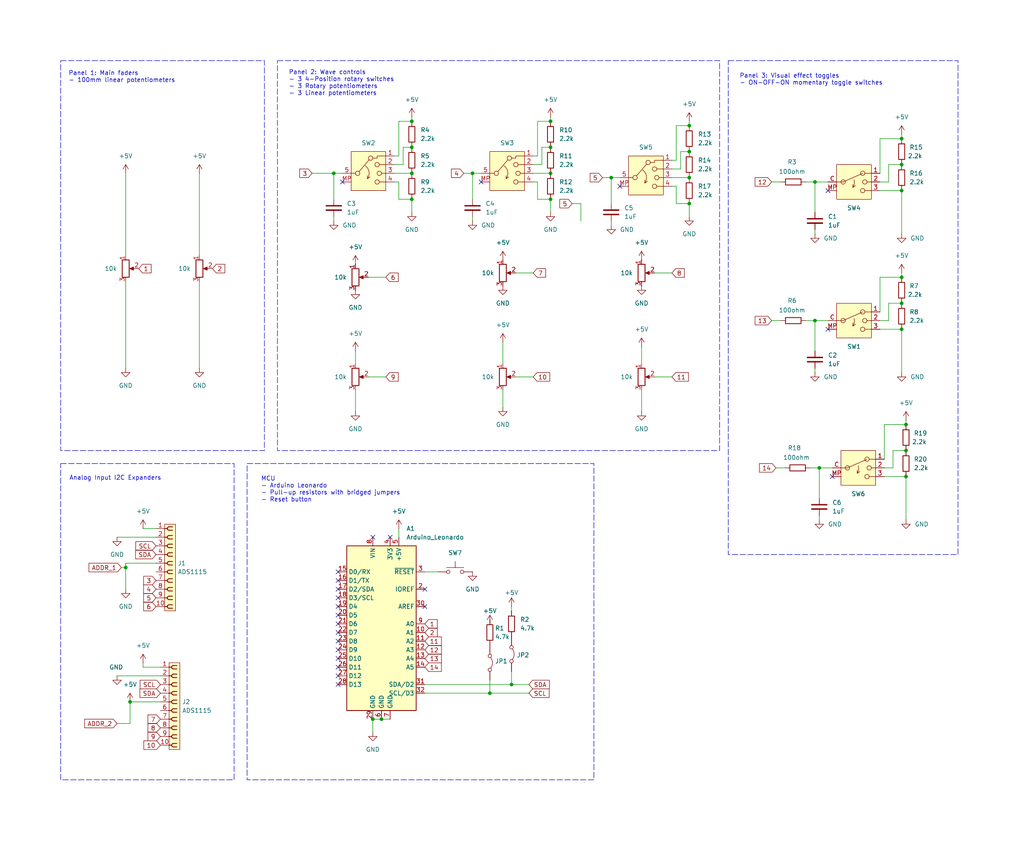
<source format=kicad_sch>
(kicad_sch (version 20231120) (generator "eeschema") (generator_version "8.0")
  (paper "User" 300 250)
  (title_block (title "\"Puppet Synth\"") (company "Silvan Roth - ZHdK - Minor Digital Play"))
  (lib_symbols
    (symbol "Device:R_Potentiometer" (pin_names (offset 1.016) hide)
      (property "Reference" "RV" (at -4.445 0 90))
      (property "Value" "R_Potentiometer" (at -2.54 0 90))
      (symbol "R_Potentiometer_1_1"
        (pin passive line (at 0 3.81 270) (length 1.27) (name "1") (number "1"))
        (pin passive line (at 3.81 0 180) (length 1.27) (name "2") (number "2"))
        (pin passive line (at 0 -3.81 90) (length 1.27) (name "3") (number "3"))
      )
    )
    (symbol "Jumper:Jumper_2_Bridged" (pin_numbers hide) (pin_names (offset 0) hide) (exclude_from_sim yes)
      (property "Reference" "JP" (at 0 1.905 0))
      (property "Value" "Jumper_2_Bridged" (at 0 -2.54 0))
      (symbol "Jumper_2_Bridged_1_1"
        (pin passive line (at -5.08 0 0) (length 2.54) (name "A") (number "1"))
        (pin passive line (at 5.08 0 180) (length 2.54) (name "B") (number "2"))
      )
    )
    (symbol "MCU_Module:Arduino_Leonardo"
      (property "Reference" "A" (at -10.16 23.495 0))
      (property "Value" "Arduino_Leonardo" (at 5.08 -26.67 0))
      (symbol "Arduino_Leonardo_1_1"
        (pin no_connect line (at -10.16 -20.32 0) (length 2.54) hide (name "NC") (number "1"))
        (pin bidirectional line (at 12.7 -2.54 180) (length 2.54) (name "A1") (number "10"))
        (pin bidirectional line (at 12.7 -5.08 180) (length 2.54) (name "A2") (number "11"))
        (pin bidirectional line (at 12.7 -7.62 180) (length 2.54) (name "A3") (number "12"))
        (pin bidirectional line (at 12.7 -10.16 180) (length 2.54) (name "A4") (number "13"))
        (pin bidirectional line (at 12.7 -12.7 180) (length 2.54) (name "A5") (number "14"))
        (pin bidirectional line (at -12.7 15.24 0) (length 2.54) (name "D0/RX") (number "15"))
        (pin bidirectional line (at -12.7 12.7 0) (length 2.54) (name "D1/TX") (number "16"))
        (pin bidirectional line (at -12.7 10.16 0) (length 2.54) (name "D2/SDA") (number "17"))
        (pin bidirectional line (at -12.7 7.62 0) (length 2.54) (name "D3/SCL") (number "18"))
        (pin bidirectional line (at -12.7 5.08 0) (length 2.54) (name "D4") (number "19"))
        (pin output line (at 12.7 10.16 180) (length 2.54) (name "IOREF") (number "2"))
        (pin bidirectional line (at -12.7 2.54 0) (length 2.54) (name "D5") (number "20"))
        (pin bidirectional line (at -12.7 0 0) (length 2.54) (name "D6") (number "21"))
        (pin bidirectional line (at -12.7 -2.54 0) (length 2.54) (name "D7") (number "22"))
        (pin bidirectional line (at -12.7 -5.08 0) (length 2.54) (name "D8") (number "23"))
        (pin bidirectional line (at -12.7 -7.62 0) (length 2.54) (name "D9") (number "24"))
        (pin bidirectional line (at -12.7 -10.16 0) (length 2.54) (name "D10") (number "25"))
        (pin bidirectional line (at -12.7 -12.7 0) (length 2.54) (name "D11") (number "26"))
        (pin bidirectional line (at -12.7 -15.24 0) (length 2.54) (name "D12") (number "27"))
        (pin bidirectional line (at -12.7 -17.78 0) (length 2.54) (name "D13") (number "28"))
        (pin power_in line (at -2.54 -27.94 90) (length 2.54) (name "GND") (number "29"))
        (pin input line (at 12.7 15.24 180) (length 2.54) (name "~{RESET}") (number "3"))
        (pin input line (at 12.7 5.08 180) (length 2.54) (name "AREF") (number "30"))
        (pin bidirectional line (at 12.7 -17.78 180) (length 2.54) (name "SDA/D2") (number "31"))
        (pin bidirectional line (at 12.7 -20.32 180) (length 2.54) (name "SCL/D3") (number "32"))
        (pin power_out line (at 2.54 25.4 270) (length 2.54) (name "3V3") (number "4"))
        (pin power_out line (at 5.08 25.4 270) (length 2.54) (name "+5V") (number "5"))
        (pin power_in line (at 0 -27.94 90) (length 2.54) (name "GND") (number "6"))
        (pin power_in line (at 2.54 -27.94 90) (length 2.54) (name "GND") (number "7"))
        (pin power_in line (at -2.54 25.4 270) (length 2.54) (name "VIN") (number "8"))
        (pin bidirectional line (at 12.7 0 180) (length 2.54) (name "A0") (number "9"))
      )
    )
    (symbol "PCM_SL_Devices:Capacitor_NP"
      (property "Reference" "C" (at 0 6.35 0))
      (property "Value" "Capacitor_NP" (at 0 3.81 0))
      (symbol "Capacitor_NP_1_1"
        (pin passive line (at -2.54 0 0) (length 2) (name "~") (number "1"))
        (pin input line (at 2.54 0 180) (length 2) (name "~") (number "2"))
      )
    )
    (symbol "PCM_SL_Pin_Headers:PINHD_1x10_Female"
      (property "Reference" "J" (at 0 17.78 0))
      (property "Value" "PINHD_1x10_Female" (at 0 15.24 0))
      (symbol "PINHD_1x10_Female_1_1"
        (pin passive line (at -3.81 11.43 0) (length 2.54) (name "") (number "1"))
        (pin passive line (at -3.81 -11.43 0) (length 2.54) (name "") (number "10"))
        (pin passive line (at -3.81 8.89 0) (length 2.54) (name "") (number "2"))
        (pin passive line (at -3.81 6.35 0) (length 2.54) (name "") (number "3"))
        (pin passive line (at -3.81 3.81 0) (length 2.54) (name "") (number "4"))
        (pin passive line (at -3.81 1.27 0) (length 2.54) (name "") (number "5"))
        (pin passive line (at -3.81 -1.27 0) (length 2.54) (name "") (number "6"))
        (pin passive line (at -3.81 -3.81 0) (length 2.54) (name "") (number "7"))
        (pin passive line (at -3.81 -6.35 0) (length 2.54) (name "") (number "8"))
        (pin passive line (at -3.81 -8.89 0) (length 2.54) (name "") (number "9"))
      )
    )
    (symbol "PCM_SL_Resistors:2.2k"
      (property "Reference" "R" (at 0 5.08 0))
      (property "Value" "2.2k" (at 0 2.54 0))
      (symbol "2.2k_1_1"
        (pin passive line (at -3.81 0 0) (length 1.5) (name "") (number "1"))
        (pin passive line (at 3.81 0 180) (length 1.5) (name "~") (number "2"))
      )
    )
    (symbol "PCM_SL_Resistors:4.7k"
      (property "Reference" "R" (at 0 5.08 0))
      (property "Value" "4.7k" (at 0 2.54 0))
      (symbol "4.7k_1_1"
        (pin passive line (at -3.81 0 0) (length 1.5) (name "") (number "1"))
        (pin passive line (at 3.81 0 180) (length 1.5) (name "~") (number "2"))
      )
    )
    (symbol "ScottoKeebs:Placeholder_Switch" (pin_numbers hide) (pin_names (offset 1.016) hide)
      (property "Reference" "SW" (at 1.27 2.54 0))
      (property "Value" "Switch" (at 0 -1.524 0))
      (symbol "Placeholder_Switch_0_1"
        (pin passive line (at -5.08 0 0) (length 2.54) (name "1") (number "1"))
        (pin passive line (at 5.08 0 180) (length 2.54) (name "2") (number "2"))
      )
    )
    (symbol "Switch:SW_Rotary_1x4_MP" (pin_names hide)
      (property "Reference" "SW" (at 0 7.62 0))
      (property "Value" "SW_Rotary_1x4_MP" (at 8.89 -6.35 0))
      (symbol "SW_Rotary_1x4_MP_1_1"
        (pin passive line (at 7.62 5.08 180) (length 2.54) (name "") (number "1"))
        (pin passive line (at 7.62 2.54 180) (length 2.54) (name "") (number "2"))
        (pin passive line (at 7.62 0 180) (length 2.54) (name "") (number "3"))
        (pin passive line (at 7.62 -2.54 180) (length 2.54) (name "") (number "4"))
        (pin passive line (at -7.62 0 0) (length 2.54) (name "") (number "5"))
        (pin passive line (at -7.62 -2.54 0) (length 2.54) (name "") (number "MP"))
      )
    )
    (symbol "Switch:SW_SP3T_NR01103" (pin_names hide)
      (property "Reference" "SW" (at 0 6.35 0))
      (property "Value" "SW_SP3T_NR01103" (at 0 -6.35 0))
      (symbol "SW_SP3T_NR01103_1_1"
        (pin passive line (at 7.62 2.54 180) (length 2.54) (name "1") (number "1"))
        (pin passive line (at 7.62 0 180) (length 2.54) (name "2") (number "2"))
        (pin passive line (at 7.62 -2.54 180) (length 2.54) (name "3") (number "3"))
        (pin no_connect line (at -2.54 5.08 270) (length 0) hide (name "") (number "4"))
        (pin no_connect line (at 2.54 5.08 270) (length 0) hide (name "") (number "5"))
        (pin passive line (at -7.62 0 0) (length 2.54) (name "Common") (number "C"))
        (pin passive line (at -7.62 -2.54 0) (length 2.54) (name "MP") (number "MP"))
      )
    )
    (symbol "power:+5V" (power) (pin_numbers hide) (pin_names (offset 0) hide)
      (property "Value" "+5V" (at 0 3.556 0))
      (symbol "+5V_1_1"
        (pin power_in line (at 0 0 90) (length 0) (name "~") (number "1"))
      )
    )
    (symbol "power:GND" (power) (pin_numbers hide) (pin_names (offset 0) hide)
      (property "Value" "GND" (at 0 -3.81 0))
      (symbol "GND_1_1"
        (pin power_in line (at 0 0 270) (length 0) (name "~") (number "1"))
      )
    )
  )
  (junction (at 149.86 200.66))
  (junction (at 161.29 35.56))
  (junction (at 143.51 203.2))
  (junction (at 161.29 43.18))
  (junction (at 264.16 81.28))
  (junction (at 120.65 43.18))
  (junction (at 161.29 58.42))
  (junction (at 97.79 50.8))
  (junction (at 264.16 55.88))
  (junction (at 201.93 44.45))
  (junction (at 38.1 205.74))
  (junction (at 238.76 53.34))
  (junction (at 201.93 36.83))
  (junction (at 120.65 58.42))
  (junction (at 264.16 40.64))
  (junction (at 179.07 52.07))
  (junction (at 109.22 210.82))
  (junction (at 265.43 132.08))
  (junction (at 264.16 88.9))
  (junction (at 161.29 50.8))
  (junction (at 264.16 96.52))
  (junction (at 265.43 139.7))
  (junction (at 120.65 50.8))
  (junction (at 111.76 210.82))
  (junction (at 240.03 137.16))
  (junction (at 238.76 93.98))
  (junction (at 265.43 124.46))
  (junction (at 201.93 52.07))
  (junction (at 120.65 35.56))
  (junction (at 138.43 50.8))
  (junction (at 201.93 59.69))
  (junction (at 264.16 48.26))
  (junction (at 36.83 166.37))
  (no_connect (at 109.22 157.48))
  (no_connect (at 99.06 190.5))
  (no_connect (at 99.06 177.8))
  (no_connect (at 124.46 177.8))
  (no_connect (at 99.06 180.34))
  (no_connect (at 99.06 195.58))
  (no_connect (at 124.46 172.72))
  (no_connect (at 114.3 157.48))
  (no_connect (at 99.06 193.04))
  (no_connect (at 99.06 185.42))
  (no_connect (at 99.06 187.96))
  (no_connect (at 100.33 53.34))
  (no_connect (at 242.57 55.88))
  (no_connect (at 99.06 172.72))
  (no_connect (at 181.61 54.61))
  (no_connect (at 243.84 139.7))
  (no_connect (at 140.97 53.34))
  (no_connect (at 99.06 170.18))
  (no_connect (at 99.06 182.88))
  (no_connect (at 99.06 198.12))
  (no_connect (at 99.06 200.66))
  (no_connect (at 99.06 175.26))
  (no_connect (at 99.06 167.64))
  (no_connect (at 242.57 96.52))
  (wire (pts (xy 238.76 109.22) (xy 238.76 107.95)))
  (wire (pts (xy 226.06 93.98) (xy 228.6 93.98)))
  (wire (pts (xy 236.22 53.34) (xy 238.76 53.34)))
  (wire (pts (xy 120.65 62.23) (xy 120.65 58.42)))
  (wire (pts (xy 135.89 50.8) (xy 138.43 50.8)))
  (wire (pts (xy 264.16 39.37) (xy 264.16 40.64)))
  (wire (pts (xy 124.46 203.2) (xy 143.51 203.2)))
  (wire (pts (xy 109.22 210.82) (xy 109.22 214.63)))
  (wire (pts (xy 36.83 74.93) (xy 36.83 50.8)))
  (wire (pts (xy 147.32 106.68) (xy 147.32 100.33)))
  (wire (pts (xy 237.49 137.16) (xy 240.03 137.16)))
  (wire (pts (xy 34.29 198.12) (xy 46.99 198.12)))
  (wire (pts (xy 179.07 52.07) (xy 181.61 52.07)))
  (wire (pts (xy 257.81 81.28) (xy 257.81 91.44)))
  (wire (pts (xy 259.08 137.16) (xy 261.62 137.16)))
  (wire (pts (xy 111.76 210.82) (xy 114.3 210.82)))
  (wire (pts (xy 143.51 182.88) (xy 143.51 181.61)))
  (wire (pts (xy 161.29 62.23) (xy 161.29 58.42)))
  (wire (pts (xy 156.21 48.26) (xy 158.75 48.26)))
  (wire (pts (xy 265.43 139.7) (xy 265.43 152.4)))
  (wire (pts (xy 115.57 50.8) (xy 120.65 50.8)))
  (wire (pts (xy 116.84 53.34) (xy 115.57 53.34)))
  (wire (pts (xy 196.85 49.53) (xy 199.39 49.53)))
  (wire (pts (xy 115.57 45.72) (xy 116.84 45.72)))
  (wire (pts (xy 260.35 93.98) (xy 260.35 88.9)))
  (wire (pts (xy 156.21 50.8) (xy 161.29 50.8)))
  (wire (pts (xy 138.43 63.5) (xy 138.43 64.77)))
  (wire (pts (xy 199.39 44.45) (xy 199.39 49.53)))
  (wire (pts (xy 143.51 203.2) (xy 154.94 203.2)))
  (wire (pts (xy 116.84 35.56) (xy 120.65 35.56)))
  (wire (pts (xy 196.85 80.01) (xy 191.77 80.01)))
  (wire (pts (xy 167.64 59.69) (xy 170.18 59.69)))
  (wire (pts (xy 227.33 137.16) (xy 229.87 137.16)))
  (wire (pts (xy 36.83 107.95) (xy 36.83 82.55)))
  (wire (pts (xy 260.35 53.34) (xy 260.35 48.26)))
  (wire (pts (xy 264.16 96.52) (xy 264.16 109.22)))
  (wire (pts (xy 36.83 165.1) (xy 45.72 165.1)))
  (wire (pts (xy 113.03 110.49) (xy 107.95 110.49)))
  (wire (pts (xy 109.22 210.82) (xy 111.76 210.82)))
  (wire (pts (xy 147.32 114.3) (xy 147.32 119.38)))
  (wire (pts (xy 116.84 58.42) (xy 120.65 58.42)))
  (wire (pts (xy 157.48 53.34) (xy 156.21 53.34)))
  (wire (pts (xy 260.35 88.9) (xy 264.16 88.9)))
  (wire (pts (xy 198.12 54.61) (xy 198.12 59.69)))
  (wire (pts (xy 35.56 166.37) (xy 36.83 166.37)))
  (wire (pts (xy 257.81 40.64) (xy 264.16 40.64)))
  (wire (pts (xy 170.18 59.69) (xy 170.18 64.77)))
  (wire (pts (xy 257.81 40.64) (xy 257.81 50.8)))
  (wire (pts (xy 265.43 123.19) (xy 265.43 124.46)))
  (wire (pts (xy 58.42 107.95) (xy 58.42 82.55)))
  (wire (pts (xy 238.76 68.58) (xy 238.76 67.31)))
  (wire (pts (xy 58.42 74.93) (xy 58.42 50.8)))
  (wire (pts (xy 149.86 196.85) (xy 149.86 200.66)))
  (wire (pts (xy 259.08 124.46) (xy 265.43 124.46)))
  (wire (pts (xy 158.75 43.18) (xy 161.29 43.18)))
  (wire (pts (xy 179.07 52.07) (xy 179.07 59.69)))
  (wire (pts (xy 257.81 81.28) (xy 264.16 81.28)))
  (wire (pts (xy 138.43 50.8) (xy 140.97 50.8)))
  (wire (pts (xy 156.21 80.01) (xy 151.13 80.01)))
  (wire (pts (xy 196.85 110.49) (xy 191.77 110.49)))
  (wire (pts (xy 264.16 80.01) (xy 264.16 81.28)))
  (wire (pts (xy 179.07 64.77) (xy 179.07 66.04)))
  (wire (pts (xy 124.46 200.66) (xy 149.86 200.66)))
  (wire (pts (xy 118.11 43.18) (xy 118.11 48.26)))
  (wire (pts (xy 156.21 110.49) (xy 151.13 110.49)))
  (wire (pts (xy 257.81 96.52) (xy 264.16 96.52)))
  (wire (pts (xy 116.84 53.34) (xy 116.84 58.42)))
  (wire (pts (xy 257.81 55.88) (xy 264.16 55.88)))
  (wire (pts (xy 34.29 157.48) (xy 45.72 157.48)))
  (wire (pts (xy 118.11 43.18) (xy 120.65 43.18)))
  (wire (pts (xy 198.12 54.61) (xy 196.85 54.61)))
  (wire (pts (xy 260.35 48.26) (xy 264.16 48.26)))
  (wire (pts (xy 198.12 36.83) (xy 201.93 36.83)))
  (wire (pts (xy 161.29 34.29) (xy 161.29 35.56)))
  (wire (pts (xy 240.03 137.16) (xy 240.03 146.05)))
  (wire (pts (xy 187.96 114.3) (xy 187.96 120.65)))
  (wire (pts (xy 157.48 58.42) (xy 161.29 58.42)))
  (wire (pts (xy 97.79 50.8) (xy 97.79 58.42)))
  (wire (pts (xy 157.48 35.56) (xy 157.48 45.72)))
  (wire (pts (xy 157.48 35.56) (xy 161.29 35.56)))
  (wire (pts (xy 41.91 195.58) (xy 46.99 195.58)))
  (wire (pts (xy 116.84 154.94) (xy 116.84 157.48)))
  (wire (pts (xy 196.85 46.99) (xy 198.12 46.99)))
  (wire (pts (xy 261.62 137.16) (xy 261.62 132.08)))
  (wire (pts (xy 38.1 205.74) (xy 38.1 212.09)))
  (wire (pts (xy 201.93 63.5) (xy 201.93 59.69)))
  (wire (pts (xy 243.84 137.16) (xy 240.03 137.16)))
  (wire (pts (xy 238.76 93.98) (xy 238.76 102.87)))
  (wire (pts (xy 91.44 50.8) (xy 97.79 50.8)))
  (wire (pts (xy 158.75 43.18) (xy 158.75 48.26)))
  (wire (pts (xy 120.65 34.29) (xy 120.65 35.56)))
  (wire (pts (xy 97.79 50.8) (xy 100.33 50.8)))
  (wire (pts (xy 257.81 93.98) (xy 260.35 93.98)))
  (wire (pts (xy 41.91 194.31) (xy 41.91 195.58)))
  (wire (pts (xy 198.12 59.69) (xy 201.93 59.69)))
  (wire (pts (xy 113.03 81.28) (xy 107.95 81.28)))
  (wire (pts (xy 187.96 106.68) (xy 187.96 101.6)))
  (wire (pts (xy 198.12 36.83) (xy 198.12 46.99)))
  (wire (pts (xy 259.08 139.7) (xy 265.43 139.7)))
  (wire (pts (xy 36.83 166.37) (xy 36.83 165.1)))
  (wire (pts (xy 104.14 106.68) (xy 104.14 102.87)))
  (wire (pts (xy 36.83 172.72) (xy 36.83 166.37)))
  (wire (pts (xy 143.51 203.2) (xy 143.51 199.39)))
  (wire (pts (xy 201.93 35.56) (xy 201.93 36.83)))
  (wire (pts (xy 261.62 132.08) (xy 265.43 132.08)))
  (wire (pts (xy 157.48 53.34) (xy 157.48 58.42)))
  (wire (pts (xy 138.43 50.8) (xy 138.43 58.42)))
  (wire (pts (xy 34.29 212.09) (xy 38.1 212.09)))
  (wire (pts (xy 226.06 53.34) (xy 228.6 53.34)))
  (wire (pts (xy 242.57 93.98) (xy 238.76 93.98)))
  (wire (pts (xy 156.21 45.72) (xy 157.48 45.72)))
  (wire (pts (xy 38.1 205.74) (xy 46.99 205.74)))
  (wire (pts (xy 238.76 53.34) (xy 238.76 62.23)))
  (wire (pts (xy 116.84 35.56) (xy 116.84 45.72)))
  (wire (pts (xy 128.27 167.64) (xy 124.46 167.64)))
  (wire (pts (xy 176.53 52.07) (xy 179.07 52.07)))
  (wire (pts (xy 264.16 55.88) (xy 264.16 68.58)))
  (wire (pts (xy 104.14 114.3) (xy 104.14 120.65)))
  (wire (pts (xy 115.57 48.26) (xy 118.11 48.26)))
  (wire (pts (xy 154.94 200.66) (xy 149.86 200.66)))
  (wire (pts (xy 257.81 53.34) (xy 260.35 53.34)))
  (wire (pts (xy 240.03 152.4) (xy 240.03 151.13)))
  (wire (pts (xy 97.79 63.5) (xy 97.79 64.77)))
  (wire (pts (xy 236.22 93.98) (xy 238.76 93.98)))
  (wire (pts (xy 41.91 154.94) (xy 45.72 154.94)))
  (wire (pts (xy 199.39 44.45) (xy 201.93 44.45)))
  (wire (pts (xy 149.86 177.8) (xy 149.86 179.07)))
  (wire (pts (xy 259.08 124.46) (xy 259.08 134.62)))
  (wire (pts (xy 242.57 53.34) (xy 238.76 53.34)))
  (wire (pts (xy 196.85 52.07) (xy 201.93 52.07)))
  (rectangle (start 17.78 17.78) (end 77.47 132.08) (stroke (width 0) (type dash)))
  (rectangle (start 72.39 135.89) (end 173.99 228.6) (stroke (width 0) (type dash)))
  (rectangle (start 81.28 17.78) (end 210.82 132.08) (stroke (width 0) (type dash)))
  (rectangle (start 213.36 17.78) (end 280.67 162.56) (stroke (width 0) (type dash)))
  (rectangle (start 17.78 135.89) (end 68.58 228.6) (stroke (width 0) (type dash)))
  (text "Panel 2: Wave controls\n- 3 4-Position rotary switches\n- 3 Rotary potentiometers\n- 3 Linear potentiometers\n" (at 84.582 24.384 0) (effects (font (size 1.27 1.27)) (justify left)))
  (text "Analog Input I2C Expanders" (at 33.782 140.208 0) (effects (font (size 1.27 1.27))))
  (text "Panel 3: Visual effect toggles\n- ON-OFF-ON momentary toggle switches" (at 216.662 23.368 0) (effects (font (size 1.27 1.27)) (justify left)))
  (text "MCU\n- Arduino Leonardo\n- Pull-up resistors with bridged jumpers\n- Reset button" (at 76.454 139.7 0) (effects (font (size 1.27 1.27)) (justify left top)))
  (text "Panel 1: Main faders\n- 100mm linear potentiometers" (at 20.066 22.606 0) (effects (font (size 1.27 1.27)) (justify left)))
  (global_label "14" (shape input) (at 124.46 195.58 0) (property "Intersheetrefs" "${INTERSHEET_REFS}" (effects (hide yes))))
  (global_label "12" (shape input) (at 226.06 53.34 180) (property "Intersheetrefs" "${INTERSHEET_REFS}" (effects (hide yes))))
  (global_label "7" (shape input) (at 46.99 210.82 180) (property "Intersheetrefs" "${INTERSHEET_REFS}" (effects (hide yes))))
  (global_label "8" (shape input) (at 46.99 213.36 180) (property "Intersheetrefs" "${INTERSHEET_REFS}" (effects (hide yes))))
  (global_label "SCL" (shape input) (at 154.94 203.2 0) (property "Intersheetrefs" "${INTERSHEET_REFS}" (effects (hide yes))))
  (global_label "ADDR_1" (shape input) (at 35.56 166.37 180) (property "Intersheetrefs" "${INTERSHEET_REFS}" (effects (hide yes))))
  (global_label "5" (shape input) (at 167.64 59.69 180) (property "Intersheetrefs" "${INTERSHEET_REFS}" (effects (hide yes))))
  (global_label "SCL" (shape input) (at 46.99 200.66 180) (property "Intersheetrefs" "${INTERSHEET_REFS}" (effects (hide yes))))
  (global_label "10" (shape input) (at 46.99 218.44 180) (property "Intersheetrefs" "${INTERSHEET_REFS}" (effects (hide yes))))
  (global_label "9" (shape input) (at 113.03 110.49 0) (property "Intersheetrefs" "${INTERSHEET_REFS}" (effects (hide yes))))
  (global_label "11" (shape input) (at 124.46 187.96 0) (property "Intersheetrefs" "${INTERSHEET_REFS}" (effects (hide yes))))
  (global_label "11" (shape input) (at 196.85 110.49 0) (property "Intersheetrefs" "${INTERSHEET_REFS}" (effects (hide yes))))
  (global_label "7" (shape input) (at 156.21 80.01 0) (property "Intersheetrefs" "${INTERSHEET_REFS}" (effects (hide yes))))
  (global_label "12" (shape input) (at 124.46 190.5 0) (property "Intersheetrefs" "${INTERSHEET_REFS}" (effects (hide yes))))
  (global_label "13" (shape input) (at 124.46 193.04 0) (property "Intersheetrefs" "${INTERSHEET_REFS}" (effects (hide yes))))
  (global_label "5" (shape input) (at 176.53 52.07 180) (property "Intersheetrefs" "${INTERSHEET_REFS}" (effects (hide yes))))
  (global_label "3" (shape input) (at 45.72 170.18 180) (property "Intersheetrefs" "${INTERSHEET_REFS}" (effects (hide yes))))
  (global_label "13" (shape input) (at 226.06 93.98 180) (property "Intersheetrefs" "${INTERSHEET_REFS}" (effects (hide yes))))
  (global_label "ADDR_2" (shape input) (at 34.29 212.09 180) (property "Intersheetrefs" "${INTERSHEET_REFS}" (effects (hide yes))))
  (global_label "6" (shape input) (at 45.72 177.8 180) (property "Intersheetrefs" "${INTERSHEET_REFS}" (effects (hide yes))))
  (global_label "SDA" (shape input) (at 46.99 203.2 180) (property "Intersheetrefs" "${INTERSHEET_REFS}" (effects (hide yes))))
  (global_label "2" (shape input) (at 62.23 78.74 0) (property "Intersheetrefs" "${INTERSHEET_REFS}" (effects (hide yes))))
  (global_label "8" (shape input) (at 196.85 80.01 0) (property "Intersheetrefs" "${INTERSHEET_REFS}" (effects (hide yes))))
  (global_label "14" (shape input) (at 227.33 137.16 180) (property "Intersheetrefs" "${INTERSHEET_REFS}" (effects (hide yes))))
  (global_label "1" (shape input) (at 40.64 78.74 0) (property "Intersheetrefs" "${INTERSHEET_REFS}" (effects (hide yes))))
  (global_label "3" (shape input) (at 91.44 50.8 180) (property "Intersheetrefs" "${INTERSHEET_REFS}" (effects (hide yes))))
  (global_label "4" (shape input) (at 135.89 50.8 180) (property "Intersheetrefs" "${INTERSHEET_REFS}" (effects (hide yes))))
  (global_label "10" (shape input) (at 156.21 110.49 0) (property "Intersheetrefs" "${INTERSHEET_REFS}" (effects (hide yes))))
  (global_label "6" (shape input) (at 113.03 81.28 0) (property "Intersheetrefs" "${INTERSHEET_REFS}" (effects (hide yes))))
  (global_label "9" (shape input) (at 46.99 215.9 180) (property "Intersheetrefs" "${INTERSHEET_REFS}" (effects (hide yes))))
  (global_label "SDA" (shape input) (at 45.72 162.56 180) (property "Intersheetrefs" "${INTERSHEET_REFS}" (effects (hide yes))))
  (global_label "2" (shape input) (at 124.46 185.42 0) (property "Intersheetrefs" "${INTERSHEET_REFS}" (effects (hide yes))))
  (global_label "4" (shape input) (at 45.72 172.72 180) (property "Intersheetrefs" "${INTERSHEET_REFS}" (effects (hide yes))))
  (global_label "SDA" (shape input) (at 154.94 200.66 0) (property "Intersheetrefs" "${INTERSHEET_REFS}" (effects (hide yes))))
  (global_label "5" (shape input) (at 45.72 175.26 180) (property "Intersheetrefs" "${INTERSHEET_REFS}" (effects (hide yes))))
  (global_label "1" (shape input) (at 124.46 182.88 0) (property "Intersheetrefs" "${INTERSHEET_REFS}" (effects (hide yes))))
  (global_label "SCL" (shape input) (at 45.72 160.02 180) (property "Intersheetrefs" "${INTERSHEET_REFS}" (effects (hide yes))))
  (symbol (lib_id "power:GND") (at 265.43 152.4 0) (unit 1)
    (property "Reference" "#PWR045" (effects (hide yes)))
    (property "Value" "GND" (at 267.97 153.6699 0) (effects (justify left)))
    (property "Description" "Power symbol creates a global label with name \"GND\" , ground" (effects (hide yes)))
  )
  (symbol (lib_id "power:+5V") (at 104.14 102.87 0) (unit 1)
    (property "Reference" "#PWR016" (effects (hide yes)))
    (property "Value" "+5V" (at 104.14 97.79 0))
    (property "Description" "Power symbol creates a global label with name \"+5V\"" (effects (hide yes)))
  )
  (symbol (lib_id "Switch:SW_SP3T_NR01103") (at 251.46 137.16 0) (unit 1)
    (property "Reference" "SW6" (at 251.46 144.78 0))
    (property "Value" "SW_SP3T_NR01103" (effects (hide yes)))
    (property "Footprint" "Button_Switch_THT:SW_NKK_NR01" (effects (hide yes)))
    (property "Datasheet" "https://www.nkkswitches.com/pdf/NR01%20Rotaries.pdf" (effects (hide yes)))
    (property "Description" "NKK Switches NR01 Series rotary SP3T switch" (effects (hide yes)))
  )
  (symbol (lib_id "PCM_SL_Resistors:2.2k") (at 265.43 135.89 90) (unit 1)
    (property "Reference" "R20" (at 267.716 134.62 90) (effects (justify right)))
    (property "Value" "2.2k" (at 267.716 137.16 90) (effects (justify right)))
    (property "Footprint" "Resistor_THT:R_Axial_DIN0207_L6.3mm_D2.5mm_P10.16mm_Horizontal" (effects (hide yes)))
    (property "Description" "2.2kΩ, 1/4W Resistor" (effects (hide yes)))
  )
  (symbol (lib_id "power:+5V") (at 187.96 76.2 0) (unit 1)
    (property "Reference" "#PWR013" (effects (hide yes)))
    (property "Value" "+5V" (at 187.96 71.12 0))
    (property "Description" "Power symbol creates a global label with name \"+5V\"" (effects (hide yes)))
  )
  (symbol (lib_id "Device:R_Potentiometer") (at 36.83 78.74 0) (unit 1)
    (property "Reference" "10k" (at 34.29 78.7399 0) (effects (justify right)))
    (property "Value" "R_Potentiometer" (effects (hide yes)))
    (property "Description" "Potentiometer" (effects (hide yes)))
  )
  (symbol (lib_id "PCM_SL_Resistors:2.2k") (at 161.29 39.37 90) (unit 1)
    (property "Reference" "R10" (at 163.83 38.0999 90) (effects (justify right)))
    (property "Value" "2.2k" (at 163.83 40.6399 90) (effects (justify right)))
    (property "Footprint" "Resistor_THT:R_Axial_DIN0207_L6.3mm_D2.5mm_P10.16mm_Horizontal" (effects (hide yes)))
    (property "Description" "2.2kΩ, 1/4W Resistor" (effects (hide yes)))
  )
  (symbol (lib_id "power:GND") (at 36.83 107.95 0) (unit 1)
    (property "Reference" "#PWR024" (effects (hide yes)))
    (property "Value" "GND" (at 36.83 113.03 0))
    (property "Description" "Power symbol creates a global label with name \"GND\" , ground" (effects (hide yes)))
  )
  (symbol (lib_id "PCM_SL_Resistors:2.2k") (at 264.16 44.45 90) (unit 1)
    (property "Reference" "R15" (at 266.446 43.18 90) (effects (justify right)))
    (property "Value" "2.2k" (at 265.938 45.7201 90) (effects (justify right)))
    (property "Footprint" "Resistor_THT:R_Axial_DIN0207_L6.3mm_D2.5mm_P10.16mm_Horizontal" (effects (hide yes)))
    (property "Description" "2.2kΩ, 1/4W Resistor" (effects (hide yes)))
  )
  (symbol (lib_id "power:GND") (at 36.83 172.72 0) (unit 1)
    (property "Reference" "#PWR028" (effects (hide yes)))
    (property "Value" "GND" (at 36.83 177.8 0))
    (property "Description" "Power symbol creates a global label with name \"GND\" , ground" (effects (hide yes)))
  )
  (symbol (lib_id "power:+5V") (at 41.91 154.94 0) (unit 1)
    (property "Reference" "#PWR033" (effects (hide yes)))
    (property "Value" "+5V" (at 41.91 149.86 0))
    (property "Description" "Power symbol creates a global label with name \"+5V\"" (effects (hide yes)))
  )
  (symbol (lib_id "power:GND") (at 34.29 157.48 0) (unit 1)
    (property "Reference" "#PWR030" (effects (hide yes)))
    (property "Value" "GND" (at 34.29 162.56 0))
    (property "Description" "Power symbol creates a global label with name \"GND\" , ground" (effects (hide yes)))
  )
  (symbol (lib_id "power:+5V") (at 149.86 177.8 0) (unit 1)
    (property "Reference" "#PWR02" (effects (hide yes)))
    (property "Value" "+5V" (at 149.86 173.736 0))
    (property "Description" "Power symbol creates a global label with name \"+5V\"" (effects (hide yes)))
  )
  (symbol (lib_id "power:GND") (at 97.79 64.77 0) (unit 1)
    (property "Reference" "#PWR023" (effects (hide yes)))
    (property "Value" "GND" (at 100.33 66.0399 0) (effects (justify left)))
    (property "Description" "Power symbol creates a global label with name \"GND\" , ground" (effects (hide yes)))
  )
  (symbol (lib_id "PCM_SL_Resistors:2.2k") (at 120.65 39.37 90) (unit 1)
    (property "Reference" "R4" (at 123.19 38.0999 90) (effects (justify right)))
    (property "Value" "2.2k" (at 123.19 40.6399 90) (effects (justify right)))
    (property "Footprint" "Resistor_THT:R_Axial_DIN0207_L6.3mm_D2.5mm_P10.16mm_Horizontal" (effects (hide yes)))
    (property "Description" "2.2kΩ, 1/4W Resistor" (effects (hide yes)))
  )
  (symbol (lib_id "Device:R_Potentiometer") (at 147.32 80.01 0) (unit 1)
    (property "Reference" "10k" (at 144.78 80.0099 0) (effects (justify right)))
    (property "Value" "R_Potentiometer" (effects (hide yes)))
    (property "Footprint" "Potentiometer_THT:Potentiometer_Piher_T-16L_Single_Vertical_Hole" (effects (hide yes)))
    (property "Description" "Potentiometer" (effects (hide yes)))
  )
  (symbol (lib_id "power:+5V") (at 147.32 100.33 0) (unit 1)
    (property "Reference" "#PWR017" (effects (hide yes)))
    (property "Value" "+5V" (at 147.32 95.25 0))
    (property "Description" "Power symbol creates a global label with name \"+5V\"" (effects (hide yes)))
  )
  (symbol (lib_id "PCM_SL_Resistors:2.2k") (at 264.16 92.71 90) (unit 1)
    (property "Reference" "R8" (at 266.446 91.44 90) (effects (justify right)))
    (property "Value" "2.2k" (at 266.446 93.98 90) (effects (justify right)))
    (property "Footprint" "Resistor_THT:R_Axial_DIN0207_L6.3mm_D2.5mm_P10.16mm_Horizontal" (effects (hide yes)))
    (property "Description" "2.2kΩ, 1/4W Resistor" (effects (hide yes)))
  )
  (symbol (lib_id "PCM_SL_Devices:Capacitor_NP") (at 179.07 62.23 270) (unit 1)
    (property "Reference" "C5" (at 182.88 60.9599 90) (effects (justify left)))
    (property "Value" "1uF" (at 182.88 63.4999 90) (effects (justify left)))
    (property "Footprint" "Capacitor_THT:C_Disc_D3.0mm_W2.0mm_P2.50mm" (effects (hide yes)))
    (property "Description" "Unpolarized Capacitor" (effects (hide yes)))
  )
  (symbol (lib_id "PCM_SL_Resistors:2.2k") (at 201.93 48.26 90) (unit 1)
    (property "Reference" "R14" (at 204.47 46.9899 90) (effects (justify right)))
    (property "Value" "2.2k" (at 204.47 49.5299 90) (effects (justify right)))
    (property "Footprint" "Resistor_THT:R_Axial_DIN0207_L6.3mm_D2.5mm_P10.16mm_Horizontal" (effects (hide yes)))
    (property "Description" "2.2kΩ, 1/4W Resistor" (effects (hide yes)))
  )
  (symbol (lib_id "power:GND") (at 109.22 214.63 0) (unit 1)
    (property "Reference" "#PWR019" (effects (hide yes)))
    (property "Value" "GND" (at 109.22 219.71 0))
    (property "Description" "Power symbol creates a global label with name \"GND\" , ground" (effects (hide yes)))
  )
  (symbol (lib_id "Switch:SW_Rotary_1x4_MP") (at 189.23 52.07 0) (unit 1)
    (property "Reference" "SW5" (at 189.23 43.18 0))
    (property "Value" "SW_Rotary_1x4_MP" (effects (hide yes)))
    (property "Description" "Rotary switch 1x4, SP4T with mount point " (effects (hide yes)))
  )
  (symbol (lib_id "Jumper:Jumper_2_Bridged") (at 149.86 191.77 270) (unit 1) (exclude_from_sim yes)
    (property "Reference" "JP2" (at 151.384 192.024 90) (effects (justify left)))
    (property "Value" "Jumper_2_Bridged" (effects (hide yes)))
    (property "Description" "Jumper, 2-pole, closed/bridged" (effects (hide yes)))
  )
  (symbol (lib_id "power:GND") (at 238.76 68.58 0) (unit 1)
    (property "Reference" "#PWR021" (effects (hide yes)))
    (property "Value" "GND" (at 241.3 69.8499 0) (effects (justify left)))
    (property "Description" "Power symbol creates a global label with name \"GND\" , ground" (effects (hide yes)))
  )
  (symbol (lib_id "power:GND") (at 179.07 66.04 0) (unit 1)
    (property "Reference" "#PWR040" (effects (hide yes)))
    (property "Value" "GND" (at 181.61 67.3099 0) (effects (justify left)))
    (property "Description" "Power symbol creates a global label with name \"GND\" , ground" (effects (hide yes)))
  )
  (symbol (lib_id "power:GND") (at 120.65 62.23 0) (unit 1)
    (property "Reference" "#PWR036" (effects (hide yes)))
    (property "Value" "GND" (at 120.65 67.31 0))
    (property "Description" "Power symbol creates a global label with name \"GND\" , ground" (effects (hide yes)))
  )
  (symbol (lib_id "Device:R_Potentiometer") (at 187.96 110.49 0) (unit 1)
    (property "Reference" "10k" (at 185.42 110.4899 0) (effects (justify right)))
    (property "Value" "R_Potentiometer" (effects (hide yes)))
    (property "Footprint" "Potentiometer_THT:Potentiometer_Bourns_PTA6043_Single_Slide" (effects (hide yes)))
    (property "Description" "Potentiometer" (effects (hide yes)))
  )
  (symbol (lib_id "PCM_SL_Resistors:2.2k") (at 264.16 85.09 90) (unit 1)
    (property "Reference" "R7" (at 266.446 83.82 90) (effects (justify right)))
    (property "Value" "2.2k" (at 265.938 86.3601 90) (effects (justify right)))
    (property "Footprint" "Resistor_THT:R_Axial_DIN0207_L6.3mm_D2.5mm_P10.16mm_Horizontal" (effects (hide yes)))
    (property "Description" "2.2kΩ, 1/4W Resistor" (effects (hide yes)))
  )
  (symbol (lib_id "power:+5V") (at 58.42 50.8 0) (unit 1)
    (property "Reference" "#PWR026" (effects (hide yes)))
    (property "Value" "+5V" (at 58.42 45.72 0))
    (property "Description" "Power symbol creates a global label with name \"+5V\"" (effects (hide yes)))
  )
  (symbol (lib_id "power:+5V") (at 116.84 154.94 0) (unit 1)
    (property "Reference" "#PWR03" (effects (hide yes)))
    (property "Value" "+5V" (at 116.84 149.86 0))
    (property "Description" "Power symbol creates a global label with name \"+5V\"" (effects (hide yes)))
  )
  (symbol (lib_id "power:+5V") (at 264.16 39.37 0) (unit 1)
    (property "Reference" "#PWR034" (effects (hide yes)))
    (property "Value" "+5V" (at 264.16 34.29 0))
    (property "Description" "Power symbol creates a global label with name \"+5V\"" (effects (hide yes)))
  )
  (symbol (lib_id "power:GND") (at 201.93 63.5 0) (unit 1)
    (property "Reference" "#PWR042" (effects (hide yes)))
    (property "Value" "GND" (at 201.93 68.58 0))
    (property "Description" "Power symbol creates a global label with name \"GND\" , ground" (effects (hide yes)))
  )
  (symbol (lib_id "power:GND") (at 240.03 152.4 0) (unit 1)
    (property "Reference" "#PWR043" (effects (hide yes)))
    (property "Value" "GND" (at 242.57 153.6699 0) (effects (justify left)))
    (property "Description" "Power symbol creates a global label with name \"GND\" , ground" (effects (hide yes)))
  )
  (symbol (lib_id "power:+5V") (at 104.14 77.47 0) (unit 1)
    (property "Reference" "#PWR015" (effects (hide yes)))
    (property "Value" "+5V" (at 104.14 72.39 0))
    (property "Description" "Power symbol creates a global label with name \"+5V\"" (effects (hide yes)))
  )
  (symbol (lib_id "power:+5V") (at 147.32 76.2 0) (unit 1)
    (property "Reference" "#PWR014" (effects (hide yes)))
    (property "Value" "+5V" (at 147.32 71.12 0))
    (property "Description" "Power symbol creates a global label with name \"+5V\"" (effects (hide yes)))
  )
  (symbol (lib_id "Switch:SW_Rotary_1x4_MP") (at 107.95 50.8 0) (unit 1)
    (property "Reference" "SW2" (at 107.95 41.91 0))
    (property "Value" "SW_Rotary_1x4_MP" (effects (hide yes)))
    (property "Description" "Rotary switch 1x4, SP4T with mount point " (effects (hide yes)))
  )
  (symbol (lib_id "PCM_SL_Resistors:2.2k") (at 265.43 128.27 90) (unit 1)
    (property "Reference" "R19" (at 267.716 127 90) (effects (justify right)))
    (property "Value" "2.2k" (at 267.208 129.5401 90) (effects (justify right)))
    (property "Footprint" "Resistor_THT:R_Axial_DIN0207_L6.3mm_D2.5mm_P10.16mm_Horizontal" (effects (hide yes)))
    (property "Description" "2.2kΩ, 1/4W Resistor" (effects (hide yes)))
  )
  (symbol (lib_id "Device:R_Potentiometer") (at 187.96 80.01 0) (unit 1)
    (property "Reference" "10k" (at 185.42 80.0099 0) (effects (justify right)))
    (property "Value" "R_Potentiometer" (effects (hide yes)))
    (property "Footprint" "Potentiometer_THT:Potentiometer_Piher_T-16L_Single_Vertical_Hole" (effects (hide yes)))
    (property "Description" "Potentiometer" (effects (hide yes)))
  )
  (symbol (lib_id "power:GND") (at 138.43 167.64 0) (unit 1)
    (property "Reference" "#PWR020" (effects (hide yes)))
    (property "Value" "GND" (at 138.43 172.72 0))
    (property "Description" "Power symbol creates a global label with name \"GND\" , ground" (effects (hide yes)))
  )
  (symbol (lib_id "MCU_Module:Arduino_Leonardo") (at 111.76 182.88 0) (unit 1)
    (property "Reference" "A1" (at 119.0341 154.94 0) (effects (justify left)))
    (property "Value" "Arduino_Leonardo" (at 119.0341 157.48 0) (effects (justify left)))
    (property "Footprint" "Module:Arduino_UNO_R3" (effects (hide yes)))
    (property "Datasheet" "https://www.arduino.cc/en/Main/ArduinoBoardLeonardo" (effects (hide yes)))
    (property "Description" "Arduino LEONARDO Microcontroller Module" (effects (hide yes)))
  )
  (symbol (lib_id "power:+5V") (at 120.65 34.29 0) (unit 1)
    (property "Reference" "#PWR035" (effects (hide yes)))
    (property "Value" "+5V" (at 120.65 29.21 0))
    (property "Description" "Power symbol creates a global label with name \"+5V\"" (effects (hide yes)))
  )
  (symbol (lib_id "Device:R_Potentiometer") (at 104.14 110.49 0) (unit 1)
    (property "Reference" "10k" (at 101.6 110.4899 0) (effects (justify right)))
    (property "Value" "R_Potentiometer" (effects (hide yes)))
    (property "Footprint" "Potentiometer_THT:Potentiometer_Bourns_PTA6043_Single_Slide" (effects (hide yes)))
    (property "Description" "Potentiometer" (effects (hide yes)))
  )
  (symbol (lib_id "PCM_SL_Devices:Capacitor_NP") (at 97.79 60.96 270) (unit 1)
    (property "Reference" "C3" (at 101.6 59.6899 90) (effects (justify left)))
    (property "Value" "1uF" (at 101.6 62.2299 90) (effects (justify left)))
    (property "Footprint" "Capacitor_THT:C_Disc_D3.0mm_W2.0mm_P2.50mm" (effects (hide yes)))
    (property "Description" "Unpolarized Capacitor" (effects (hide yes)))
  )
  (symbol (lib_id "PCM_SL_Resistors:2.2k") (at 201.93 55.88 270) (unit 1)
    (property "Reference" "R17" (at 204.47 54.6099 90) (effects (justify left)))
    (property "Value" "2.2k" (at 204.47 57.1499 90) (effects (justify left)))
    (property "Footprint" "Resistor_THT:R_Axial_DIN0207_L6.3mm_D2.5mm_P10.16mm_Horizontal" (effects (hide yes)))
    (property "Description" "2.2kΩ, 1/4W Resistor" (effects (hide yes)))
  )
  (symbol (lib_id "Device:R_Potentiometer") (at 104.14 81.28 0) (unit 1)
    (property "Reference" "10k" (at 101.6 81.2799 0) (effects (justify right)))
    (property "Value" "R_Potentiometer" (effects (hide yes)))
    (property "Footprint" "Potentiometer_THT:Potentiometer_Piher_T-16L_Single_Vertical_Hole" (effects (hide yes)))
    (property "Description" "Potentiometer" (effects (hide yes)))
  )
  (symbol (lib_id "Switch:SW_SP3T_NR01103") (at 250.19 93.98 0) (unit 1)
    (property "Reference" "SW1" (at 250.19 101.6 0))
    (property "Value" "SW_SP3T_NR01103" (effects (hide yes)))
    (property "Footprint" "Button_Switch_THT:SW_NKK_NR01" (effects (hide yes)))
    (property "Datasheet" "https://www.nkkswitches.com/pdf/NR01%20Rotaries.pdf" (effects (hide yes)))
    (property "Description" "NKK Switches NR01 Series rotary SP3T switch" (effects (hide yes)))
  )
  (symbol (lib_id "PCM_SL_Devices:Capacitor_NP") (at 138.43 60.96 270) (unit 1)
    (property "Reference" "C4" (at 142.24 59.6899 90) (effects (justify left)))
    (property "Value" "1uF" (at 142.24 62.2299 90) (effects (justify left)))
    (property "Footprint" "Capacitor_THT:C_Disc_D3.0mm_W2.0mm_P2.50mm" (effects (hide yes)))
    (property "Description" "Unpolarized Capacitor" (effects (hide yes)))
  )
  (symbol (lib_id "power:GND") (at 138.43 64.77 0) (unit 1)
    (property "Reference" "#PWR037" (effects (hide yes)))
    (property "Value" "GND" (at 140.97 66.0399 0) (effects (justify left)))
    (property "Description" "Power symbol creates a global label with name \"GND\" , ground" (effects (hide yes)))
  )
  (symbol (lib_id "power:+5V") (at 264.16 80.01 0) (unit 1)
    (property "Reference" "#PWR06" (effects (hide yes)))
    (property "Value" "+5V" (at 264.16 74.93 0))
    (property "Description" "Power symbol creates a global label with name \"+5V\"" (effects (hide yes)))
  )
  (symbol (lib_id "power:GND") (at 104.14 120.65 0) (unit 1)
    (property "Reference" "#PWR011" (effects (hide yes)))
    (property "Value" "GND" (at 104.14 125.73 0))
    (property "Description" "Power symbol creates a global label with name \"GND\" , ground" (effects (hide yes)))
  )
  (symbol (lib_id "power:+5V") (at 143.51 182.88 0) (unit 1)
    (property "Reference" "#PWR01" (effects (hide yes)))
    (property "Value" "+5V" (at 143.51 179.07 0))
    (property "Description" "Power symbol creates a global label with name \"+5V\"" (effects (hide yes)))
  )
  (symbol (lib_id "power:GND") (at 264.16 109.22 0) (unit 1)
    (property "Reference" "#PWR022" (effects (hide yes)))
    (property "Value" "GND" (at 266.7 110.4899 0) (effects (justify left)))
    (property "Description" "Power symbol creates a global label with name \"GND\" , ground" (effects (hide yes)))
  )
  (symbol (lib_id "power:GND") (at 238.76 109.22 0) (unit 1)
    (property "Reference" "#PWR05" (effects (hide yes)))
    (property "Value" "GND" (at 241.3 110.4899 0) (effects (justify left)))
    (property "Description" "Power symbol creates a global label with name \"GND\" , ground" (effects (hide yes)))
  )
  (symbol (lib_id "PCM_SL_Pin_Headers:PINHD_1x10_Female") (at 49.53 166.37 0) (unit 1)
    (property "Reference" "J1" (at 52.07 165.0999 0) (effects (justify left)))
    (property "Value" "ADS1115" (at 52.07 167.6399 0) (effects (justify left)))
    (property "Footprint" "Connector_PinSocket_2.54mm:PinSocket_1x10_P2.54mm_Vertical" (effects (hide yes)))
    (property "Description" "Pin Header female with pin space 2.54mm. Pin Count - 10" (effects (hide yes)))
  )
  (symbol (lib_id "power:+5V") (at 187.96 101.6 0) (unit 1)
    (property "Reference" "#PWR018" (effects (hide yes)))
    (property "Value" "+5V" (at 187.96 96.52 0))
    (property "Description" "Power symbol creates a global label with name \"+5V\"" (effects (hide yes)))
  )
  (symbol (lib_id "power:GND") (at 264.16 68.58 0) (unit 1)
    (property "Reference" "#PWR04" (effects (hide yes)))
    (property "Value" "GND" (at 266.7 69.8499 0) (effects (justify left)))
    (property "Description" "Power symbol creates a global label with name \"GND\" , ground" (effects (hide yes)))
  )
  (symbol (lib_id "power:GND") (at 187.96 83.82 0) (unit 1)
    (property "Reference" "#PWR07" (effects (hide yes)))
    (property "Value" "GND" (at 187.96 88.9 0))
    (property "Description" "Power symbol creates a global label with name \"GND\" , ground" (effects (hide yes)))
  )
  (symbol (lib_id "PCM_SL_Resistors:2.2k") (at 233.68 137.16 0) (unit 1)
    (property "Reference" "R18" (at 234.696 131.318 0) (effects (justify right)))
    (property "Value" "100ohm" (at 237.236 134.112 0) (effects (justify right)))
    (property "Footprint" "Resistor_THT:R_Axial_DIN0207_L6.3mm_D2.5mm_P10.16mm_Horizontal" (effects (hide yes)))
    (property "Description" "2.2kΩ, 1/4W Resistor" (effects (hide yes)))
  )
  (symbol (lib_id "power:+5V") (at 38.1 205.74 0) (unit 1)
    (property "Reference" "#PWR031" (effects (hide yes)))
    (property "Value" "+5V" (at 38.1 200.66 0))
    (property "Description" "Power symbol creates a global label with name \"+5V\"" (effects (hide yes)))
  )
  (symbol (lib_id "Device:R_Potentiometer") (at 147.32 110.49 0) (unit 1)
    (property "Reference" "10k" (at 144.78 110.4899 0) (effects (justify right)))
    (property "Value" "R_Potentiometer" (effects (hide yes)))
    (property "Footprint" "Potentiometer_THT:Potentiometer_Bourns_PTA6043_Single_Slide" (effects (hide yes)))
    (property "Description" "Potentiometer" (effects (hide yes)))
  )
  (symbol (lib_id "power:GND") (at 161.29 62.23 0) (unit 1)
    (property "Reference" "#PWR039" (effects (hide yes)))
    (property "Value" "GND" (at 161.29 67.31 0))
    (property "Description" "Power symbol creates a global label with name \"GND\" , ground" (effects (hide yes)))
  )
  (symbol (lib_id "PCM_SL_Resistors:2.2k") (at 201.93 40.64 90) (unit 1)
    (property "Reference" "R13" (at 204.47 39.3699 90) (effects (justify right)))
    (property "Value" "2.2k" (at 204.47 41.9099 90) (effects (justify right)))
    (property "Footprint" "Resistor_THT:R_Axial_DIN0207_L6.3mm_D2.5mm_P10.16mm_Horizontal" (effects (hide yes)))
    (property "Description" "2.2kΩ, 1/4W Resistor" (effects (hide yes)))
  )
  (symbol (lib_id "power:+5V") (at 36.83 50.8 0) (unit 1)
    (property "Reference" "#PWR027" (effects (hide yes)))
    (property "Value" "+5V" (at 36.83 45.72 0))
    (property "Description" "Power symbol creates a global label with name \"+5V\"" (effects (hide yes)))
  )
  (symbol (lib_id "power:GND") (at 187.96 120.65 0) (unit 1)
    (property "Reference" "#PWR09" (effects (hide yes)))
    (property "Value" "GND" (at 187.96 125.73 0))
    (property "Description" "Power symbol creates a global label with name \"GND\" , ground" (effects (hide yes)))
  )
  (symbol (lib_id "PCM_SL_Devices:Capacitor_NP") (at 238.76 105.41 270) (unit 1)
    (property "Reference" "C2" (at 242.57 104.1399 90) (effects (justify left)))
    (property "Value" "1uF" (at 242.57 106.6799 90) (effects (justify left)))
    (property "Footprint" "Capacitor_THT:C_Disc_D3.0mm_W2.0mm_P2.50mm" (effects (hide yes)))
    (property "Description" "Unpolarized Capacitor" (effects (hide yes)))
  )
  (symbol (lib_id "power:+5V") (at 41.91 194.31 0) (unit 1)
    (property "Reference" "#PWR032" (effects (hide yes)))
    (property "Value" "+5V" (at 41.91 189.23 0))
    (property "Description" "Power symbol creates a global label with name \"+5V\"" (effects (hide yes)))
  )
  (symbol (lib_id "ScottoKeebs:Placeholder_Switch") (at 133.35 167.64 0) (unit 1)
    (property "Reference" "SW7" (at 133.35 162.052 0))
    (property "Value" "Switch" (effects (hide yes)))
    (property "Description" "Push button switch, generic, two pins" (effects (hide yes)))
  )
  (symbol (lib_id "PCM_SL_Resistors:2.2k") (at 120.65 46.99 90) (unit 1)
    (property "Reference" "R5" (at 123.19 45.7199 90) (effects (justify right)))
    (property "Value" "2.2k" (at 123.19 48.2599 90) (effects (justify right)))
    (property "Footprint" "Resistor_THT:R_Axial_DIN0207_L6.3mm_D2.5mm_P10.16mm_Horizontal" (effects (hide yes)))
    (property "Description" "2.2kΩ, 1/4W Resistor" (effects (hide yes)))
  )
  (symbol (lib_id "Device:R_Potentiometer") (at 58.42 78.74 0) (unit 1)
    (property "Reference" "10k" (at 55.88 78.7399 0) (effects (justify right)))
    (property "Value" "R_Potentiometer" (effects (hide yes)))
    (property "Description" "Potentiometer" (effects (hide yes)))
  )
  (symbol (lib_id "PCM_SL_Pin_Headers:PINHD_1x10_Female") (at 50.8 207.01 0) (unit 1)
    (property "Reference" "J2" (at 53.34 205.7399 0) (effects (justify left)))
    (property "Value" "ADS1115" (at 53.34 208.2799 0) (effects (justify left)))
    (property "Footprint" "Connector_PinSocket_2.54mm:PinSocket_1x10_P2.54mm_Vertical" (effects (hide yes)))
    (property "Description" "Pin Header female with pin space 2.54mm. Pin Count - 10" (effects (hide yes)))
  )
  (symbol (lib_id "PCM_SL_Resistors:2.2k") (at 264.16 52.07 90) (unit 1)
    (property "Reference" "R16" (at 266.446 50.8 90) (effects (justify right)))
    (property "Value" "2.2k" (at 266.446 53.34 90) (effects (justify right)))
    (property "Footprint" "Resistor_THT:R_Axial_DIN0207_L6.3mm_D2.5mm_P10.16mm_Horizontal" (effects (hide yes)))
    (property "Description" "2.2kΩ, 1/4W Resistor" (effects (hide yes)))
  )
  (symbol (lib_id "power:GND") (at 147.32 83.82 0) (unit 1)
    (property "Reference" "#PWR08" (effects (hide yes)))
    (property "Value" "GND" (at 147.32 88.9 0))
    (property "Description" "Power symbol creates a global label with name \"GND\" , ground" (effects (hide yes)))
  )
  (symbol (lib_id "PCM_SL_Devices:Capacitor_NP") (at 240.03 148.59 270) (unit 1)
    (property "Reference" "C6" (at 243.84 147.3199 90) (effects (justify left)))
    (property "Value" "1uF" (at 243.84 149.8599 90) (effects (justify left)))
    (property "Footprint" "Capacitor_THT:C_Disc_D3.0mm_W2.0mm_P2.50mm" (effects (hide yes)))
    (property "Description" "Unpolarized Capacitor" (effects (hide yes)))
  )
  (symbol (lib_id "power:+5V") (at 265.43 123.19 0) (unit 1)
    (property "Reference" "#PWR044" (effects (hide yes)))
    (property "Value" "+5V" (at 265.43 118.11 0))
    (property "Description" "Power symbol creates a global label with name \"+5V\"" (effects (hide yes)))
  )
  (symbol (lib_id "power:GND") (at 104.14 85.09 0) (unit 1)
    (property "Reference" "#PWR012" (effects (hide yes)))
    (property "Value" "GND" (at 104.14 90.17 0))
    (property "Description" "Power symbol creates a global label with name \"GND\" , ground" (effects (hide yes)))
  )
  (symbol (lib_id "PCM_SL_Resistors:2.2k") (at 161.29 46.99 90) (unit 1)
    (property "Reference" "R11" (at 163.83 45.7199 90) (effects (justify right)))
    (property "Value" "2.2k" (at 163.83 48.2599 90) (effects (justify right)))
    (property "Footprint" "Resistor_THT:R_Axial_DIN0207_L6.3mm_D2.5mm_P10.16mm_Horizontal" (effects (hide yes)))
    (property "Description" "2.2kΩ, 1/4W Resistor" (effects (hide yes)))
  )
  (symbol (lib_id "PCM_SL_Resistors:2.2k") (at 120.65 54.61 270) (unit 1)
    (property "Reference" "R9" (at 123.19 53.3399 90) (effects (justify left)))
    (property "Value" "2.2k" (at 123.19 55.8799 90) (effects (justify left)))
    (property "Footprint" "Resistor_THT:R_Axial_DIN0207_L6.3mm_D2.5mm_P10.16mm_Horizontal" (effects (hide yes)))
    (property "Description" "2.2kΩ, 1/4W Resistor" (effects (hide yes)))
  )
  (symbol (lib_id "PCM_SL_Resistors:4.7k") (at 149.86 182.88 90) (unit 1)
    (property "Reference" "R2" (at 152.4 181.6099 90) (effects (justify right)))
    (property "Value" "4.7k" (at 152.4 184.1499 90) (effects (justify right)))
    (property "Footprint" "Resistor_THT:R_Axial_DIN0207_L6.3mm_D2.5mm_P10.16mm_Horizontal" (effects (hide yes)))
    (property "Description" "4.7kΩ, 1/4W Resistor" (effects (hide yes)))
  )
  (symbol (lib_id "power:+5V") (at 201.93 35.56 0) (unit 1)
    (property "Reference" "#PWR041" (effects (hide yes)))
    (property "Value" "+5V" (at 201.93 30.48 0))
    (property "Description" "Power symbol creates a global label with name \"+5V\"" (effects (hide yes)))
  )
  (symbol (lib_id "PCM_SL_Resistors:2.2k") (at 232.41 53.34 0) (unit 1)
    (property "Reference" "R3" (at 233.426 47.498 0) (effects (justify right)))
    (property "Value" "100ohm" (at 235.966 50.292 0) (effects (justify right)))
    (property "Footprint" "Resistor_THT:R_Axial_DIN0207_L6.3mm_D2.5mm_P10.16mm_Horizontal" (effects (hide yes)))
    (property "Description" "2.2kΩ, 1/4W Resistor" (effects (hide yes)))
  )
  (symbol (lib_id "Jumper:Jumper_2_Bridged") (at 143.51 194.31 270) (unit 1) (exclude_from_sim yes)
    (property "Reference" "JP1" (at 145.034 193.802 90) (effects (justify left)))
    (property "Value" "Jumper_2_Bridged" (effects (hide yes)))
    (property "Description" "Jumper, 2-pole, closed/bridged" (effects (hide yes)))
  )
  (symbol (lib_id "Switch:SW_SP3T_NR01103") (at 250.19 53.34 0) (unit 1)
    (property "Reference" "SW4" (at 250.19 60.96 0))
    (property "Value" "SW_SP3T_NR01103" (effects (hide yes)))
    (property "Footprint" "Button_Switch_THT:SW_NKK_NR01" (effects (hide yes)))
    (property "Datasheet" "https://www.nkkswitches.com/pdf/NR01%20Rotaries.pdf" (effects (hide yes)))
    (property "Description" "NKK Switches NR01 Series rotary SP3T switch" (effects (hide yes)))
  )
  (symbol (lib_id "power:+5V") (at 161.29 34.29 0) (unit 1)
    (property "Reference" "#PWR038" (effects (hide yes)))
    (property "Value" "+5V" (at 161.29 29.21 0))
    (property "Description" "Power symbol creates a global label with name \"+5V\"" (effects (hide yes)))
  )
  (symbol (lib_id "power:GND") (at 34.29 198.12 0) (unit 1)
    (property "Reference" "#PWR029" (effects (hide yes)))
    (property "Value" "GND" (at 34.036 195.58 0))
    (property "Description" "Power symbol creates a global label with name \"GND\" , ground" (effects (hide yes)))
  )
  (symbol (lib_id "PCM_SL_Devices:Capacitor_NP") (at 238.76 64.77 270) (unit 1)
    (property "Reference" "C1" (at 242.57 63.4999 90) (effects (justify left)))
    (property "Value" "1uF" (at 242.57 66.0399 90) (effects (justify left)))
    (property "Footprint" "Capacitor_THT:C_Disc_D3.0mm_W2.0mm_P2.50mm" (effects (hide yes)))
    (property "Description" "Unpolarized Capacitor" (effects (hide yes)))
  )
  (symbol (lib_id "PCM_SL_Resistors:2.2k") (at 232.41 93.98 0) (unit 1)
    (property "Reference" "R6" (at 233.426 88.138 0) (effects (justify right)))
    (property "Value" "100ohm" (at 235.966 90.932 0) (effects (justify right)))
    (property "Footprint" "Resistor_THT:R_Axial_DIN0207_L6.3mm_D2.5mm_P10.16mm_Horizontal" (effects (hide yes)))
    (property "Description" "2.2kΩ, 1/4W Resistor" (effects (hide yes)))
  )
  (symbol (lib_id "PCM_SL_Resistors:2.2k") (at 161.29 54.61 270) (unit 1)
    (property "Reference" "R12" (at 163.83 53.3399 90) (effects (justify left)))
    (property "Value" "2.2k" (at 163.83 55.8799 90) (effects (justify left)))
    (property "Footprint" "Resistor_THT:R_Axial_DIN0207_L6.3mm_D2.5mm_P10.16mm_Horizontal" (effects (hide yes)))
    (property "Description" "2.2kΩ, 1/4W Resistor" (effects (hide yes)))
  )
  (symbol (lib_id "power:GND") (at 147.32 119.38 0) (unit 1)
    (property "Reference" "#PWR010" (effects (hide yes)))
    (property "Value" "GND" (at 147.32 124.46 0))
    (property "Description" "Power symbol creates a global label with name \"GND\" , ground" (effects (hide yes)))
  )
  (symbol (lib_id "power:GND") (at 58.42 107.95 0) (unit 1)
    (property "Reference" "#PWR025" (effects (hide yes)))
    (property "Value" "GND" (at 58.42 113.03 0))
    (property "Description" "Power symbol creates a global label with name \"GND\" , ground" (effects (hide yes)))
  )
  (symbol (lib_id "Switch:SW_Rotary_1x4_MP") (at 148.59 50.8 0) (unit 1)
    (property "Reference" "SW3" (at 148.59 41.91 0))
    (property "Value" "SW_Rotary_1x4_MP" (effects (hide yes)))
    (property "Description" "Rotary switch 1x4, SP4T with mount point " (effects (hide yes)))
  )
  (symbol (lib_id "PCM_SL_Resistors:4.7k") (at 143.51 185.42 90) (unit 1)
    (property "Reference" "R1" (at 145.034 184.15 90) (effects (justify right)))
    (property "Value" "4.7k" (at 145.034 186.69 90) (effects (justify right)))
    (property "Footprint" "Resistor_THT:R_Axial_DIN0207_L6.3mm_D2.5mm_P10.16mm_Horizontal" (effects (hide yes)))
    (property "Description" "4.7kΩ, 1/4W Resistor" (effects (hide yes)))
  )
)
</source>
